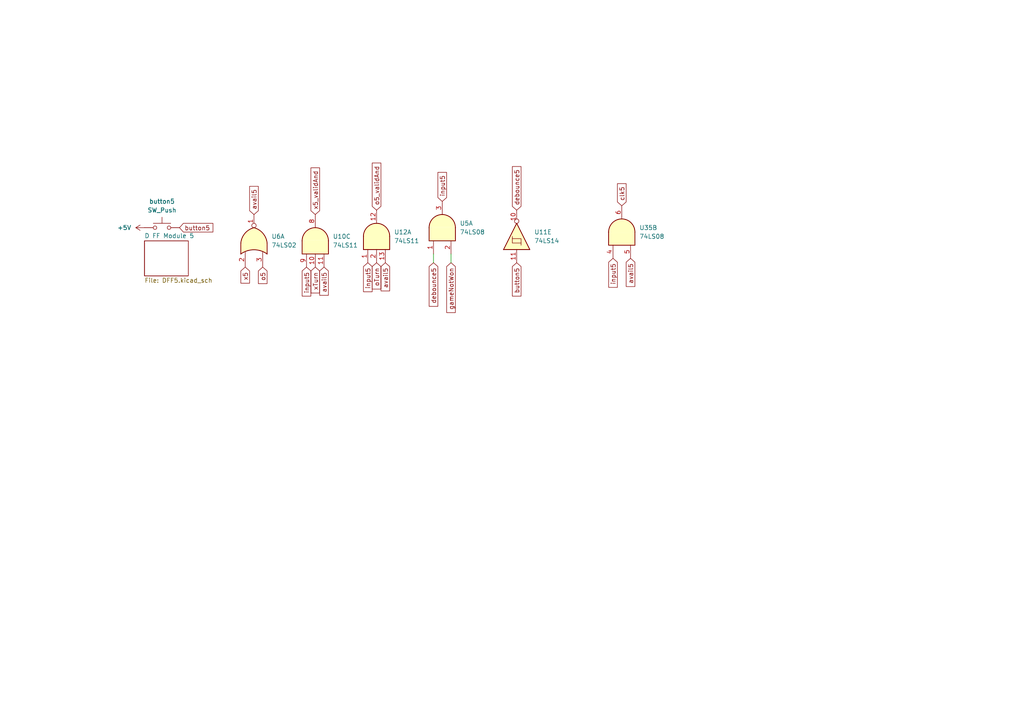
<source format=kicad_sch>
(kicad_sch
	(version 20250114)
	(generator "eeschema")
	(generator_version "9.0")
	(uuid "ecc926be-ca33-4adb-bca6-9f5bee590cbc")
	(paper "A4")
	(lib_symbols
		(symbol "74xx:74LS02"
			(pin_names
				(offset 1.016)
			)
			(exclude_from_sim no)
			(in_bom yes)
			(on_board yes)
			(property "Reference" "U"
				(at 0 1.27 0)
				(effects
					(font
						(size 1.27 1.27)
					)
				)
			)
			(property "Value" "74LS02"
				(at 0 -1.27 0)
				(effects
					(font
						(size 1.27 1.27)
					)
				)
			)
			(property "Footprint" ""
				(at 0 0 0)
				(effects
					(font
						(size 1.27 1.27)
					)
					(hide yes)
				)
			)
			(property "Datasheet" "http://www.ti.com/lit/gpn/sn74ls02"
				(at 0 0 0)
				(effects
					(font
						(size 1.27 1.27)
					)
					(hide yes)
				)
			)
			(property "Description" "quad 2-input NOR gate"
				(at 0 0 0)
				(effects
					(font
						(size 1.27 1.27)
					)
					(hide yes)
				)
			)
			(property "ki_locked" ""
				(at 0 0 0)
				(effects
					(font
						(size 1.27 1.27)
					)
				)
			)
			(property "ki_keywords" "TTL Nor2"
				(at 0 0 0)
				(effects
					(font
						(size 1.27 1.27)
					)
					(hide yes)
				)
			)
			(property "ki_fp_filters" "SO14* DIP*W7.62mm*"
				(at 0 0 0)
				(effects
					(font
						(size 1.27 1.27)
					)
					(hide yes)
				)
			)
			(symbol "74LS02_1_1"
				(arc
					(start -3.81 3.81)
					(mid -2.589 0)
					(end -3.81 -3.81)
					(stroke
						(width 0.254)
						(type default)
					)
					(fill
						(type none)
					)
				)
				(polyline
					(pts
						(xy -3.81 3.81) (xy -0.635 3.81)
					)
					(stroke
						(width 0.254)
						(type default)
					)
					(fill
						(type background)
					)
				)
				(polyline
					(pts
						(xy -3.81 -3.81) (xy -0.635 -3.81)
					)
					(stroke
						(width 0.254)
						(type default)
					)
					(fill
						(type background)
					)
				)
				(arc
					(start 3.81 0)
					(mid 2.1855 -2.584)
					(end -0.6096 -3.81)
					(stroke
						(width 0.254)
						(type default)
					)
					(fill
						(type background)
					)
				)
				(arc
					(start -0.6096 3.81)
					(mid 2.1928 2.5924)
					(end 3.81 0)
					(stroke
						(width 0.254)
						(type default)
					)
					(fill
						(type background)
					)
				)
				(polyline
					(pts
						(xy -0.635 3.81) (xy -3.81 3.81) (xy -3.81 3.81) (xy -3.556 3.4036) (xy -3.0226 2.2606) (xy -2.6924 1.0414)
						(xy -2.6162 -0.254) (xy -2.7686 -1.4986) (xy -3.175 -2.7178) (xy -3.81 -3.81) (xy -3.81 -3.81)
						(xy -0.635 -3.81)
					)
					(stroke
						(width -25.4)
						(type default)
					)
					(fill
						(type background)
					)
				)
				(pin input line
					(at -7.62 2.54 0)
					(length 4.318)
					(name "~"
						(effects
							(font
								(size 1.27 1.27)
							)
						)
					)
					(number "2"
						(effects
							(font
								(size 1.27 1.27)
							)
						)
					)
				)
				(pin input line
					(at -7.62 -2.54 0)
					(length 4.318)
					(name "~"
						(effects
							(font
								(size 1.27 1.27)
							)
						)
					)
					(number "3"
						(effects
							(font
								(size 1.27 1.27)
							)
						)
					)
				)
				(pin output inverted
					(at 7.62 0 180)
					(length 3.81)
					(name "~"
						(effects
							(font
								(size 1.27 1.27)
							)
						)
					)
					(number "1"
						(effects
							(font
								(size 1.27 1.27)
							)
						)
					)
				)
			)
			(symbol "74LS02_1_2"
				(arc
					(start 0 3.81)
					(mid 3.7934 0)
					(end 0 -3.81)
					(stroke
						(width 0.254)
						(type default)
					)
					(fill
						(type background)
					)
				)
				(polyline
					(pts
						(xy 0 3.81) (xy -3.81 3.81) (xy -3.81 -3.81) (xy 0 -3.81)
					)
					(stroke
						(width 0.254)
						(type default)
					)
					(fill
						(type background)
					)
				)
				(pin input inverted
					(at -7.62 2.54 0)
					(length 3.81)
					(name "~"
						(effects
							(font
								(size 1.27 1.27)
							)
						)
					)
					(number "2"
						(effects
							(font
								(size 1.27 1.27)
							)
						)
					)
				)
				(pin input inverted
					(at -7.62 -2.54 0)
					(length 3.81)
					(name "~"
						(effects
							(font
								(size 1.27 1.27)
							)
						)
					)
					(number "3"
						(effects
							(font
								(size 1.27 1.27)
							)
						)
					)
				)
				(pin output line
					(at 7.62 0 180)
					(length 3.81)
					(name "~"
						(effects
							(font
								(size 1.27 1.27)
							)
						)
					)
					(number "1"
						(effects
							(font
								(size 1.27 1.27)
							)
						)
					)
				)
			)
			(symbol "74LS02_2_1"
				(arc
					(start -3.81 3.81)
					(mid -2.589 0)
					(end -3.81 -3.81)
					(stroke
						(width 0.254)
						(type default)
					)
					(fill
						(type none)
					)
				)
				(polyline
					(pts
						(xy -3.81 3.81) (xy -0.635 3.81)
					)
					(stroke
						(width 0.254)
						(type default)
					)
					(fill
						(type background)
					)
				)
				(polyline
					(pts
						(xy -3.81 -3.81) (xy -0.635 -3.81)
					)
					(stroke
						(width 0.254)
						(type default)
					)
					(fill
						(type background)
					)
				)
				(arc
					(start 3.81 0)
					(mid 2.1855 -2.584)
					(end -0.6096 -3.81)
					(stroke
						(width 0.254)
						(type default)
					)
					(fill
						(type background)
					)
				)
				(arc
					(start -0.6096 3.81)
					(mid 2.1928 2.5924)
					(end 3.81 0)
					(stroke
						(width 0.254)
						(type default)
					)
					(fill
						(type background)
					)
				)
				(polyline
					(pts
						(xy -0.635 3.81) (xy -3.81 3.81) (xy -3.81 3.81) (xy -3.556 3.4036) (xy -3.0226 2.2606) (xy -2.6924 1.0414)
						(xy -2.6162 -0.254) (xy -2.7686 -1.4986) (xy -3.175 -2.7178) (xy -3.81 -3.81) (xy -3.81 -3.81)
						(xy -0.635 -3.81)
					)
					(stroke
						(width -25.4)
						(type default)
					)
					(fill
						(type background)
					)
				)
				(pin input line
					(at -7.62 2.54 0)
					(length 4.318)
					(name "~"
						(effects
							(font
								(size 1.27 1.27)
							)
						)
					)
					(number "5"
						(effects
							(font
								(size 1.27 1.27)
							)
						)
					)
				)
				(pin input line
					(at -7.62 -2.54 0)
					(length 4.318)
					(name "~"
						(effects
							(font
								(size 1.27 1.27)
							)
						)
					)
					(number "6"
						(effects
							(font
								(size 1.27 1.27)
							)
						)
					)
				)
				(pin output inverted
					(at 7.62 0 180)
					(length 3.81)
					(name "~"
						(effects
							(font
								(size 1.27 1.27)
							)
						)
					)
					(number "4"
						(effects
							(font
								(size 1.27 1.27)
							)
						)
					)
				)
			)
			(symbol "74LS02_2_2"
				(arc
					(start 0 3.81)
					(mid 3.7934 0)
					(end 0 -3.81)
					(stroke
						(width 0.254)
						(type default)
					)
					(fill
						(type background)
					)
				)
				(polyline
					(pts
						(xy 0 3.81) (xy -3.81 3.81) (xy -3.81 -3.81) (xy 0 -3.81)
					)
					(stroke
						(width 0.254)
						(type default)
					)
					(fill
						(type background)
					)
				)
				(pin input inverted
					(at -7.62 2.54 0)
					(length 3.81)
					(name "~"
						(effects
							(font
								(size 1.27 1.27)
							)
						)
					)
					(number "5"
						(effects
							(font
								(size 1.27 1.27)
							)
						)
					)
				)
				(pin input inverted
					(at -7.62 -2.54 0)
					(length 3.81)
					(name "~"
						(effects
							(font
								(size 1.27 1.27)
							)
						)
					)
					(number "6"
						(effects
							(font
								(size 1.27 1.27)
							)
						)
					)
				)
				(pin output line
					(at 7.62 0 180)
					(length 3.81)
					(name "~"
						(effects
							(font
								(size 1.27 1.27)
							)
						)
					)
					(number "4"
						(effects
							(font
								(size 1.27 1.27)
							)
						)
					)
				)
			)
			(symbol "74LS02_3_1"
				(arc
					(start -3.81 3.81)
					(mid -2.589 0)
					(end -3.81 -3.81)
					(stroke
						(width 0.254)
						(type default)
					)
					(fill
						(type none)
					)
				)
				(polyline
					(pts
						(xy -3.81 3.81) (xy -0.635 3.81)
					)
					(stroke
						(width 0.254)
						(type default)
					)
					(fill
						(type background)
					)
				)
				(polyline
					(pts
						(xy -3.81 -3.81) (xy -0.635 -3.81)
					)
					(stroke
						(width 0.254)
						(type default)
					)
					(fill
						(type background)
					)
				)
				(arc
					(start 3.81 0)
					(mid 2.1855 -2.584)
					(end -0.6096 -3.81)
					(stroke
						(width 0.254)
						(type default)
					)
					(fill
						(type background)
					)
				)
				(arc
					(start -0.6096 3.81)
					(mid 2.1928 2.5924)
					(end 3.81 0)
					(stroke
						(width 0.254)
						(type default)
					)
					(fill
						(type background)
					)
				)
				(polyline
					(pts
						(xy -0.635 3.81) (xy -3.81 3.81) (xy -3.81 3.81) (xy -3.556 3.4036) (xy -3.0226 2.2606) (xy -2.6924 1.0414)
						(xy -2.6162 -0.254) (xy -2.7686 -1.4986) (xy -3.175 -2.7178) (xy -3.81 -3.81) (xy -3.81 -3.81)
						(xy -0.635 -3.81)
					)
					(stroke
						(width -25.4)
						(type default)
					)
					(fill
						(type background)
					)
				)
				(pin input line
					(at -7.62 2.54 0)
					(length 4.318)
					(name "~"
						(effects
							(font
								(size 1.27 1.27)
							)
						)
					)
					(number "8"
						(effects
							(font
								(size 1.27 1.27)
							)
						)
					)
				)
				(pin input line
					(at -7.62 -2.54 0)
					(length 4.318)
					(name "~"
						(effects
							(font
								(size 1.27 1.27)
							)
						)
					)
					(number "9"
						(effects
							(font
								(size 1.27 1.27)
							)
						)
					)
				)
				(pin output inverted
					(at 7.62 0 180)
					(length 3.81)
					(name "~"
						(effects
							(font
								(size 1.27 1.27)
							)
						)
					)
					(number "10"
						(effects
							(font
								(size 1.27 1.27)
							)
						)
					)
				)
			)
			(symbol "74LS02_3_2"
				(arc
					(start 0 3.81)
					(mid 3.7934 0)
					(end 0 -3.81)
					(stroke
						(width 0.254)
						(type default)
					)
					(fill
						(type background)
					)
				)
				(polyline
					(pts
						(xy 0 3.81) (xy -3.81 3.81) (xy -3.81 -3.81) (xy 0 -3.81)
					)
					(stroke
						(width 0.254)
						(type default)
					)
					(fill
						(type background)
					)
				)
				(pin input inverted
					(at -7.62 2.54 0)
					(length 3.81)
					(name "~"
						(effects
							(font
								(size 1.27 1.27)
							)
						)
					)
					(number "8"
						(effects
							(font
								(size 1.27 1.27)
							)
						)
					)
				)
				(pin input inverted
					(at -7.62 -2.54 0)
					(length 3.81)
					(name "~"
						(effects
							(font
								(size 1.27 1.27)
							)
						)
					)
					(number "9"
						(effects
							(font
								(size 1.27 1.27)
							)
						)
					)
				)
				(pin output line
					(at 7.62 0 180)
					(length 3.81)
					(name "~"
						(effects
							(font
								(size 1.27 1.27)
							)
						)
					)
					(number "10"
						(effects
							(font
								(size 1.27 1.27)
							)
						)
					)
				)
			)
			(symbol "74LS02_4_1"
				(arc
					(start -3.81 3.81)
					(mid -2.589 0)
					(end -3.81 -3.81)
					(stroke
						(width 0.254)
						(type default)
					)
					(fill
						(type none)
					)
				)
				(polyline
					(pts
						(xy -3.81 3.81) (xy -0.635 3.81)
					)
					(stroke
						(width 0.254)
						(type default)
					)
					(fill
						(type background)
					)
				)
				(polyline
					(pts
						(xy -3.81 -3.81) (xy -0.635 -3.81)
					)
					(stroke
						(width 0.254)
						(type default)
					)
					(fill
						(type background)
					)
				)
				(arc
					(start 3.81 0)
					(mid 2.1855 -2.584)
					(end -0.6096 -3.81)
					(stroke
						(width 0.254)
						(type default)
					)
					(fill
						(type background)
					)
				)
				(arc
					(start -0.6096 3.81)
					(mid 2.1928 2.5924)
					(end 3.81 0)
					(stroke
						(width 0.254)
						(type default)
					)
					(fill
						(type background)
					)
				)
				(polyline
					(pts
						(xy -0.635 3.81) (xy -3.81 3.81) (xy -3.81 3.81) (xy -3.556 3.4036) (xy -3.0226 2.2606) (xy -2.6924 1.0414)
						(xy -2.6162 -0.254) (xy -2.7686 -1.4986) (xy -3.175 -2.7178) (xy -3.81 -3.81) (xy -3.81 -3.81)
						(xy -0.635 -3.81)
					)
					(stroke
						(width -25.4)
						(type default)
					)
					(fill
						(type background)
					)
				)
				(pin input line
					(at -7.62 2.54 0)
					(length 4.318)
					(name "~"
						(effects
							(font
								(size 1.27 1.27)
							)
						)
					)
					(number "11"
						(effects
							(font
								(size 1.27 1.27)
							)
						)
					)
				)
				(pin input line
					(at -7.62 -2.54 0)
					(length 4.318)
					(name "~"
						(effects
							(font
								(size 1.27 1.27)
							)
						)
					)
					(number "12"
						(effects
							(font
								(size 1.27 1.27)
							)
						)
					)
				)
				(pin output inverted
					(at 7.62 0 180)
					(length 3.81)
					(name "~"
						(effects
							(font
								(size 1.27 1.27)
							)
						)
					)
					(number "13"
						(effects
							(font
								(size 1.27 1.27)
							)
						)
					)
				)
			)
			(symbol "74LS02_4_2"
				(arc
					(start 0 3.81)
					(mid 3.7934 0)
					(end 0 -3.81)
					(stroke
						(width 0.254)
						(type default)
					)
					(fill
						(type background)
					)
				)
				(polyline
					(pts
						(xy 0 3.81) (xy -3.81 3.81) (xy -3.81 -3.81) (xy 0 -3.81)
					)
					(stroke
						(width 0.254)
						(type default)
					)
					(fill
						(type background)
					)
				)
				(pin input inverted
					(at -7.62 2.54 0)
					(length 3.81)
					(name "~"
						(effects
							(font
								(size 1.27 1.27)
							)
						)
					)
					(number "11"
						(effects
							(font
								(size 1.27 1.27)
							)
						)
					)
				)
				(pin input inverted
					(at -7.62 -2.54 0)
					(length 3.81)
					(name "~"
						(effects
							(font
								(size 1.27 1.27)
							)
						)
					)
					(number "12"
						(effects
							(font
								(size 1.27 1.27)
							)
						)
					)
				)
				(pin output line
					(at 7.62 0 180)
					(length 3.81)
					(name "~"
						(effects
							(font
								(size 1.27 1.27)
							)
						)
					)
					(number "13"
						(effects
							(font
								(size 1.27 1.27)
							)
						)
					)
				)
			)
			(symbol "74LS02_5_0"
				(pin power_in line
					(at 0 12.7 270)
					(length 5.08)
					(name "VCC"
						(effects
							(font
								(size 1.27 1.27)
							)
						)
					)
					(number "14"
						(effects
							(font
								(size 1.27 1.27)
							)
						)
					)
				)
				(pin power_in line
					(at 0 -12.7 90)
					(length 5.08)
					(name "GND"
						(effects
							(font
								(size 1.27 1.27)
							)
						)
					)
					(number "7"
						(effects
							(font
								(size 1.27 1.27)
							)
						)
					)
				)
			)
			(symbol "74LS02_5_1"
				(rectangle
					(start -5.08 7.62)
					(end 5.08 -7.62)
					(stroke
						(width 0.254)
						(type default)
					)
					(fill
						(type background)
					)
				)
			)
			(embedded_fonts no)
		)
		(symbol "74xx:74LS08"
			(pin_names
				(offset 1.016)
			)
			(exclude_from_sim no)
			(in_bom yes)
			(on_board yes)
			(property "Reference" "U"
				(at 0 1.27 0)
				(effects
					(font
						(size 1.27 1.27)
					)
				)
			)
			(property "Value" "74LS08"
				(at 0 -1.27 0)
				(effects
					(font
						(size 1.27 1.27)
					)
				)
			)
			(property "Footprint" ""
				(at 0 0 0)
				(effects
					(font
						(size 1.27 1.27)
					)
					(hide yes)
				)
			)
			(property "Datasheet" "http://www.ti.com/lit/gpn/sn74LS08"
				(at 0 0 0)
				(effects
					(font
						(size 1.27 1.27)
					)
					(hide yes)
				)
			)
			(property "Description" "Quad And2"
				(at 0 0 0)
				(effects
					(font
						(size 1.27 1.27)
					)
					(hide yes)
				)
			)
			(property "ki_locked" ""
				(at 0 0 0)
				(effects
					(font
						(size 1.27 1.27)
					)
				)
			)
			(property "ki_keywords" "TTL and2"
				(at 0 0 0)
				(effects
					(font
						(size 1.27 1.27)
					)
					(hide yes)
				)
			)
			(property "ki_fp_filters" "DIP*W7.62mm*"
				(at 0 0 0)
				(effects
					(font
						(size 1.27 1.27)
					)
					(hide yes)
				)
			)
			(symbol "74LS08_1_1"
				(arc
					(start 0 3.81)
					(mid 3.7934 0)
					(end 0 -3.81)
					(stroke
						(width 0.254)
						(type default)
					)
					(fill
						(type background)
					)
				)
				(polyline
					(pts
						(xy 0 3.81) (xy -3.81 3.81) (xy -3.81 -3.81) (xy 0 -3.81)
					)
					(stroke
						(width 0.254)
						(type default)
					)
					(fill
						(type background)
					)
				)
				(pin input line
					(at -7.62 2.54 0)
					(length 3.81)
					(name "~"
						(effects
							(font
								(size 1.27 1.27)
							)
						)
					)
					(number "1"
						(effects
							(font
								(size 1.27 1.27)
							)
						)
					)
				)
				(pin input line
					(at -7.62 -2.54 0)
					(length 3.81)
					(name "~"
						(effects
							(font
								(size 1.27 1.27)
							)
						)
					)
					(number "2"
						(effects
							(font
								(size 1.27 1.27)
							)
						)
					)
				)
				(pin output line
					(at 7.62 0 180)
					(length 3.81)
					(name "~"
						(effects
							(font
								(size 1.27 1.27)
							)
						)
					)
					(number "3"
						(effects
							(font
								(size 1.27 1.27)
							)
						)
					)
				)
			)
			(symbol "74LS08_1_2"
				(arc
					(start -3.81 3.81)
					(mid -2.589 0)
					(end -3.81 -3.81)
					(stroke
						(width 0.254)
						(type default)
					)
					(fill
						(type none)
					)
				)
				(polyline
					(pts
						(xy -3.81 3.81) (xy -0.635 3.81)
					)
					(stroke
						(width 0.254)
						(type default)
					)
					(fill
						(type background)
					)
				)
				(polyline
					(pts
						(xy -3.81 -3.81) (xy -0.635 -3.81)
					)
					(stroke
						(width 0.254)
						(type default)
					)
					(fill
						(type background)
					)
				)
				(arc
					(start 3.81 0)
					(mid 2.1855 -2.584)
					(end -0.6096 -3.81)
					(stroke
						(width 0.254)
						(type default)
					)
					(fill
						(type background)
					)
				)
				(arc
					(start -0.6096 3.81)
					(mid 2.1928 2.5924)
					(end 3.81 0)
					(stroke
						(width 0.254)
						(type default)
					)
					(fill
						(type background)
					)
				)
				(polyline
					(pts
						(xy -0.635 3.81) (xy -3.81 3.81) (xy -3.81 3.81) (xy -3.556 3.4036) (xy -3.0226 2.2606) (xy -2.6924 1.0414)
						(xy -2.6162 -0.254) (xy -2.7686 -1.4986) (xy -3.175 -2.7178) (xy -3.81 -3.81) (xy -3.81 -3.81)
						(xy -0.635 -3.81)
					)
					(stroke
						(width -25.4)
						(type default)
					)
					(fill
						(type background)
					)
				)
				(pin input inverted
					(at -7.62 2.54 0)
					(length 4.318)
					(name "~"
						(effects
							(font
								(size 1.27 1.27)
							)
						)
					)
					(number "1"
						(effects
							(font
								(size 1.27 1.27)
							)
						)
					)
				)
				(pin input inverted
					(at -7.62 -2.54 0)
					(length 4.318)
					(name "~"
						(effects
							(font
								(size 1.27 1.27)
							)
						)
					)
					(number "2"
						(effects
							(font
								(size 1.27 1.27)
							)
						)
					)
				)
				(pin output inverted
					(at 7.62 0 180)
					(length 3.81)
					(name "~"
						(effects
							(font
								(size 1.27 1.27)
							)
						)
					)
					(number "3"
						(effects
							(font
								(size 1.27 1.27)
							)
						)
					)
				)
			)
			(symbol "74LS08_2_1"
				(arc
					(start 0 3.81)
					(mid 3.7934 0)
					(end 0 -3.81)
					(stroke
						(width 0.254)
						(type default)
					)
					(fill
						(type background)
					)
				)
				(polyline
					(pts
						(xy 0 3.81) (xy -3.81 3.81) (xy -3.81 -3.81) (xy 0 -3.81)
					)
					(stroke
						(width 0.254)
						(type default)
					)
					(fill
						(type background)
					)
				)
				(pin input line
					(at -7.62 2.54 0)
					(length 3.81)
					(name "~"
						(effects
							(font
								(size 1.27 1.27)
							)
						)
					)
					(number "4"
						(effects
							(font
								(size 1.27 1.27)
							)
						)
					)
				)
				(pin input line
					(at -7.62 -2.54 0)
					(length 3.81)
					(name "~"
						(effects
							(font
								(size 1.27 1.27)
							)
						)
					)
					(number "5"
						(effects
							(font
								(size 1.27 1.27)
							)
						)
					)
				)
				(pin output line
					(at 7.62 0 180)
					(length 3.81)
					(name "~"
						(effects
							(font
								(size 1.27 1.27)
							)
						)
					)
					(number "6"
						(effects
							(font
								(size 1.27 1.27)
							)
						)
					)
				)
			)
			(symbol "74LS08_2_2"
				(arc
					(start -3.81 3.81)
					(mid -2.589 0)
					(end -3.81 -3.81)
					(stroke
						(width 0.254)
						(type default)
					)
					(fill
						(type none)
					)
				)
				(polyline
					(pts
						(xy -3.81 3.81) (xy -0.635 3.81)
					)
					(stroke
						(width 0.254)
						(type default)
					)
					(fill
						(type background)
					)
				)
				(polyline
					(pts
						(xy -3.81 -3.81) (xy -0.635 -3.81)
					)
					(stroke
						(width 0.254)
						(type default)
					)
					(fill
						(type background)
					)
				)
				(arc
					(start 3.81 0)
					(mid 2.1855 -2.584)
					(end -0.6096 -3.81)
					(stroke
						(width 0.254)
						(type default)
					)
					(fill
						(type background)
					)
				)
				(arc
					(start -0.6096 3.81)
					(mid 2.1928 2.5924)
					(end 3.81 0)
					(stroke
						(width 0.254)
						(type default)
					)
					(fill
						(type background)
					)
				)
				(polyline
					(pts
						(xy -0.635 3.81) (xy -3.81 3.81) (xy -3.81 3.81) (xy -3.556 3.4036) (xy -3.0226 2.2606) (xy -2.6924 1.0414)
						(xy -2.6162 -0.254) (xy -2.7686 -1.4986) (xy -3.175 -2.7178) (xy -3.81 -3.81) (xy -3.81 -3.81)
						(xy -0.635 -3.81)
					)
					(stroke
						(width -25.4)
						(type default)
					)
					(fill
						(type background)
					)
				)
				(pin input inverted
					(at -7.62 2.54 0)
					(length 4.318)
					(name "~"
						(effects
							(font
								(size 1.27 1.27)
							)
						)
					)
					(number "4"
						(effects
							(font
								(size 1.27 1.27)
							)
						)
					)
				)
				(pin input inverted
					(at -7.62 -2.54 0)
					(length 4.318)
					(name "~"
						(effects
							(font
								(size 1.27 1.27)
							)
						)
					)
					(number "5"
						(effects
							(font
								(size 1.27 1.27)
							)
						)
					)
				)
				(pin output inverted
					(at 7.62 0 180)
					(length 3.81)
					(name "~"
						(effects
							(font
								(size 1.27 1.27)
							)
						)
					)
					(number "6"
						(effects
							(font
								(size 1.27 1.27)
							)
						)
					)
				)
			)
			(symbol "74LS08_3_1"
				(arc
					(start 0 3.81)
					(mid 3.7934 0)
					(end 0 -3.81)
					(stroke
						(width 0.254)
						(type default)
					)
					(fill
						(type background)
					)
				)
				(polyline
					(pts
						(xy 0 3.81) (xy -3.81 3.81) (xy -3.81 -3.81) (xy 0 -3.81)
					)
					(stroke
						(width 0.254)
						(type default)
					)
					(fill
						(type background)
					)
				)
				(pin input line
					(at -7.62 2.54 0)
					(length 3.81)
					(name "~"
						(effects
							(font
								(size 1.27 1.27)
							)
						)
					)
					(number "9"
						(effects
							(font
								(size 1.27 1.27)
							)
						)
					)
				)
				(pin input line
					(at -7.62 -2.54 0)
					(length 3.81)
					(name "~"
						(effects
							(font
								(size 1.27 1.27)
							)
						)
					)
					(number "10"
						(effects
							(font
								(size 1.27 1.27)
							)
						)
					)
				)
				(pin output line
					(at 7.62 0 180)
					(length 3.81)
					(name "~"
						(effects
							(font
								(size 1.27 1.27)
							)
						)
					)
					(number "8"
						(effects
							(font
								(size 1.27 1.27)
							)
						)
					)
				)
			)
			(symbol "74LS08_3_2"
				(arc
					(start -3.81 3.81)
					(mid -2.589 0)
					(end -3.81 -3.81)
					(stroke
						(width 0.254)
						(type default)
					)
					(fill
						(type none)
					)
				)
				(polyline
					(pts
						(xy -3.81 3.81) (xy -0.635 3.81)
					)
					(stroke
						(width 0.254)
						(type default)
					)
					(fill
						(type background)
					)
				)
				(polyline
					(pts
						(xy -3.81 -3.81) (xy -0.635 -3.81)
					)
					(stroke
						(width 0.254)
						(type default)
					)
					(fill
						(type background)
					)
				)
				(arc
					(start 3.81 0)
					(mid 2.1855 -2.584)
					(end -0.6096 -3.81)
					(stroke
						(width 0.254)
						(type default)
					)
					(fill
						(type background)
					)
				)
				(arc
					(start -0.6096 3.81)
					(mid 2.1928 2.5924)
					(end 3.81 0)
					(stroke
						(width 0.254)
						(type default)
					)
					(fill
						(type background)
					)
				)
				(polyline
					(pts
						(xy -0.635 3.81) (xy -3.81 3.81) (xy -3.81 3.81) (xy -3.556 3.4036) (xy -3.0226 2.2606) (xy -2.6924 1.0414)
						(xy -2.6162 -0.254) (xy -2.7686 -1.4986) (xy -3.175 -2.7178) (xy -3.81 -3.81) (xy -3.81 -3.81)
						(xy -0.635 -3.81)
					)
					(stroke
						(width -25.4)
						(type default)
					)
					(fill
						(type background)
					)
				)
				(pin input inverted
					(at -7.62 2.54 0)
					(length 4.318)
					(name "~"
						(effects
							(font
								(size 1.27 1.27)
							)
						)
					)
					(number "9"
						(effects
							(font
								(size 1.27 1.27)
							)
						)
					)
				)
				(pin input inverted
					(at -7.62 -2.54 0)
					(length 4.318)
					(name "~"
						(effects
							(font
								(size 1.27 1.27)
							)
						)
					)
					(number "10"
						(effects
							(font
								(size 1.27 1.27)
							)
						)
					)
				)
				(pin output inverted
					(at 7.62 0 180)
					(length 3.81)
					(name "~"
						(effects
							(font
								(size 1.27 1.27)
							)
						)
					)
					(number "8"
						(effects
							(font
								(size 1.27 1.27)
							)
						)
					)
				)
			)
			(symbol "74LS08_4_1"
				(arc
					(start 0 3.81)
					(mid 3.7934 0)
					(end 0 -3.81)
					(stroke
						(width 0.254)
						(type default)
					)
					(fill
						(type background)
					)
				)
				(polyline
					(pts
						(xy 0 3.81) (xy -3.81 3.81) (xy -3.81 -3.81) (xy 0 -3.81)
					)
					(stroke
						(width 0.254)
						(type default)
					)
					(fill
						(type background)
					)
				)
				(pin input line
					(at -7.62 2.54 0)
					(length 3.81)
					(name "~"
						(effects
							(font
								(size 1.27 1.27)
							)
						)
					)
					(number "12"
						(effects
							(font
								(size 1.27 1.27)
							)
						)
					)
				)
				(pin input line
					(at -7.62 -2.54 0)
					(length 3.81)
					(name "~"
						(effects
							(font
								(size 1.27 1.27)
							)
						)
					)
					(number "13"
						(effects
							(font
								(size 1.27 1.27)
							)
						)
					)
				)
				(pin output line
					(at 7.62 0 180)
					(length 3.81)
					(name "~"
						(effects
							(font
								(size 1.27 1.27)
							)
						)
					)
					(number "11"
						(effects
							(font
								(size 1.27 1.27)
							)
						)
					)
				)
			)
			(symbol "74LS08_4_2"
				(arc
					(start -3.81 3.81)
					(mid -2.589 0)
					(end -3.81 -3.81)
					(stroke
						(width 0.254)
						(type default)
					)
					(fill
						(type none)
					)
				)
				(polyline
					(pts
						(xy -3.81 3.81) (xy -0.635 3.81)
					)
					(stroke
						(width 0.254)
						(type default)
					)
					(fill
						(type background)
					)
				)
				(polyline
					(pts
						(xy -3.81 -3.81) (xy -0.635 -3.81)
					)
					(stroke
						(width 0.254)
						(type default)
					)
					(fill
						(type background)
					)
				)
				(arc
					(start 3.81 0)
					(mid 2.1855 -2.584)
					(end -0.6096 -3.81)
					(stroke
						(width 0.254)
						(type default)
					)
					(fill
						(type background)
					)
				)
				(arc
					(start -0.6096 3.81)
					(mid 2.1928 2.5924)
					(end 3.81 0)
					(stroke
						(width 0.254)
						(type default)
					)
					(fill
						(type background)
					)
				)
				(polyline
					(pts
						(xy -0.635 3.81) (xy -3.81 3.81) (xy -3.81 3.81) (xy -3.556 3.4036) (xy -3.0226 2.2606) (xy -2.6924 1.0414)
						(xy -2.6162 -0.254) (xy -2.7686 -1.4986) (xy -3.175 -2.7178) (xy -3.81 -3.81) (xy -3.81 -3.81)
						(xy -0.635 -3.81)
					)
					(stroke
						(width -25.4)
						(type default)
					)
					(fill
						(type background)
					)
				)
				(pin input inverted
					(at -7.62 2.54 0)
					(length 4.318)
					(name "~"
						(effects
							(font
								(size 1.27 1.27)
							)
						)
					)
					(number "12"
						(effects
							(font
								(size 1.27 1.27)
							)
						)
					)
				)
				(pin input inverted
					(at -7.62 -2.54 0)
					(length 4.318)
					(name "~"
						(effects
							(font
								(size 1.27 1.27)
							)
						)
					)
					(number "13"
						(effects
							(font
								(size 1.27 1.27)
							)
						)
					)
				)
				(pin output inverted
					(at 7.62 0 180)
					(length 3.81)
					(name "~"
						(effects
							(font
								(size 1.27 1.27)
							)
						)
					)
					(number "11"
						(effects
							(font
								(size 1.27 1.27)
							)
						)
					)
				)
			)
			(symbol "74LS08_5_0"
				(pin power_in line
					(at 0 12.7 270)
					(length 5.08)
					(name "VCC"
						(effects
							(font
								(size 1.27 1.27)
							)
						)
					)
					(number "14"
						(effects
							(font
								(size 1.27 1.27)
							)
						)
					)
				)
				(pin power_in line
					(at 0 -12.7 90)
					(length 5.08)
					(name "GND"
						(effects
							(font
								(size 1.27 1.27)
							)
						)
					)
					(number "7"
						(effects
							(font
								(size 1.27 1.27)
							)
						)
					)
				)
			)
			(symbol "74LS08_5_1"
				(rectangle
					(start -5.08 7.62)
					(end 5.08 -7.62)
					(stroke
						(width 0.254)
						(type default)
					)
					(fill
						(type background)
					)
				)
			)
			(embedded_fonts no)
		)
		(symbol "74xx:74LS11"
			(pin_names
				(offset 1.016)
			)
			(exclude_from_sim no)
			(in_bom yes)
			(on_board yes)
			(property "Reference" "U"
				(at 0 1.27 0)
				(effects
					(font
						(size 1.27 1.27)
					)
				)
			)
			(property "Value" "74LS11"
				(at 0 -1.27 0)
				(effects
					(font
						(size 1.27 1.27)
					)
				)
			)
			(property "Footprint" ""
				(at 0 0 0)
				(effects
					(font
						(size 1.27 1.27)
					)
					(hide yes)
				)
			)
			(property "Datasheet" "http://www.ti.com/lit/gpn/sn74LS11"
				(at 0 0 0)
				(effects
					(font
						(size 1.27 1.27)
					)
					(hide yes)
				)
			)
			(property "Description" "Triple 3-input AND"
				(at 0 0 0)
				(effects
					(font
						(size 1.27 1.27)
					)
					(hide yes)
				)
			)
			(property "ki_locked" ""
				(at 0 0 0)
				(effects
					(font
						(size 1.27 1.27)
					)
				)
			)
			(property "ki_keywords" "TTL And3"
				(at 0 0 0)
				(effects
					(font
						(size 1.27 1.27)
					)
					(hide yes)
				)
			)
			(property "ki_fp_filters" "DIP*W7.62mm*"
				(at 0 0 0)
				(effects
					(font
						(size 1.27 1.27)
					)
					(hide yes)
				)
			)
			(symbol "74LS11_1_1"
				(arc
					(start 0 3.81)
					(mid 3.7934 0)
					(end 0 -3.81)
					(stroke
						(width 0.254)
						(type default)
					)
					(fill
						(type background)
					)
				)
				(polyline
					(pts
						(xy 0 3.81) (xy -3.81 3.81) (xy -3.81 -3.81) (xy 0 -3.81)
					)
					(stroke
						(width 0.254)
						(type default)
					)
					(fill
						(type background)
					)
				)
				(pin input line
					(at -7.62 2.54 0)
					(length 3.81)
					(name "~"
						(effects
							(font
								(size 1.27 1.27)
							)
						)
					)
					(number "1"
						(effects
							(font
								(size 1.27 1.27)
							)
						)
					)
				)
				(pin input line
					(at -7.62 0 0)
					(length 3.81)
					(name "~"
						(effects
							(font
								(size 1.27 1.27)
							)
						)
					)
					(number "2"
						(effects
							(font
								(size 1.27 1.27)
							)
						)
					)
				)
				(pin input line
					(at -7.62 -2.54 0)
					(length 3.81)
					(name "~"
						(effects
							(font
								(size 1.27 1.27)
							)
						)
					)
					(number "13"
						(effects
							(font
								(size 1.27 1.27)
							)
						)
					)
				)
				(pin output line
					(at 7.62 0 180)
					(length 3.81)
					(name "~"
						(effects
							(font
								(size 1.27 1.27)
							)
						)
					)
					(number "12"
						(effects
							(font
								(size 1.27 1.27)
							)
						)
					)
				)
			)
			(symbol "74LS11_1_2"
				(arc
					(start -3.81 3.81)
					(mid -2.589 0)
					(end -3.81 -3.81)
					(stroke
						(width 0.254)
						(type default)
					)
					(fill
						(type none)
					)
				)
				(polyline
					(pts
						(xy -3.81 3.81) (xy -0.635 3.81)
					)
					(stroke
						(width 0.254)
						(type default)
					)
					(fill
						(type background)
					)
				)
				(polyline
					(pts
						(xy -3.81 -3.81) (xy -0.635 -3.81)
					)
					(stroke
						(width 0.254)
						(type default)
					)
					(fill
						(type background)
					)
				)
				(arc
					(start 3.81 0)
					(mid 2.1855 -2.584)
					(end -0.6096 -3.81)
					(stroke
						(width 0.254)
						(type default)
					)
					(fill
						(type background)
					)
				)
				(arc
					(start -0.6096 3.81)
					(mid 2.1928 2.5924)
					(end 3.81 0)
					(stroke
						(width 0.254)
						(type default)
					)
					(fill
						(type background)
					)
				)
				(polyline
					(pts
						(xy -0.635 3.81) (xy -3.81 3.81) (xy -3.81 3.81) (xy -3.556 3.4036) (xy -3.0226 2.2606) (xy -2.6924 1.0414)
						(xy -2.6162 -0.254) (xy -2.7686 -1.4986) (xy -3.175 -2.7178) (xy -3.81 -3.81) (xy -3.81 -3.81)
						(xy -0.635 -3.81)
					)
					(stroke
						(width -25.4)
						(type default)
					)
					(fill
						(type background)
					)
				)
				(pin input inverted
					(at -7.62 2.54 0)
					(length 4.318)
					(name "~"
						(effects
							(font
								(size 1.27 1.27)
							)
						)
					)
					(number "1"
						(effects
							(font
								(size 1.27 1.27)
							)
						)
					)
				)
				(pin input inverted
					(at -7.62 0 0)
					(length 4.953)
					(name "~"
						(effects
							(font
								(size 1.27 1.27)
							)
						)
					)
					(number "2"
						(effects
							(font
								(size 1.27 1.27)
							)
						)
					)
				)
				(pin input inverted
					(at -7.62 -2.54 0)
					(length 4.318)
					(name "~"
						(effects
							(font
								(size 1.27 1.27)
							)
						)
					)
					(number "13"
						(effects
							(font
								(size 1.27 1.27)
							)
						)
					)
				)
				(pin output inverted
					(at 7.62 0 180)
					(length 3.81)
					(name "~"
						(effects
							(font
								(size 1.27 1.27)
							)
						)
					)
					(number "12"
						(effects
							(font
								(size 1.27 1.27)
							)
						)
					)
				)
			)
			(symbol "74LS11_2_1"
				(arc
					(start 0 3.81)
					(mid 3.7934 0)
					(end 0 -3.81)
					(stroke
						(width 0.254)
						(type default)
					)
					(fill
						(type background)
					)
				)
				(polyline
					(pts
						(xy 0 3.81) (xy -3.81 3.81) (xy -3.81 -3.81) (xy 0 -3.81)
					)
					(stroke
						(width 0.254)
						(type default)
					)
					(fill
						(type background)
					)
				)
				(pin input line
					(at -7.62 2.54 0)
					(length 3.81)
					(name "~"
						(effects
							(font
								(size 1.27 1.27)
							)
						)
					)
					(number "3"
						(effects
							(font
								(size 1.27 1.27)
							)
						)
					)
				)
				(pin input line
					(at -7.62 0 0)
					(length 3.81)
					(name "~"
						(effects
							(font
								(size 1.27 1.27)
							)
						)
					)
					(number "4"
						(effects
							(font
								(size 1.27 1.27)
							)
						)
					)
				)
				(pin input line
					(at -7.62 -2.54 0)
					(length 3.81)
					(name "~"
						(effects
							(font
								(size 1.27 1.27)
							)
						)
					)
					(number "5"
						(effects
							(font
								(size 1.27 1.27)
							)
						)
					)
				)
				(pin output line
					(at 7.62 0 180)
					(length 3.81)
					(name "~"
						(effects
							(font
								(size 1.27 1.27)
							)
						)
					)
					(number "6"
						(effects
							(font
								(size 1.27 1.27)
							)
						)
					)
				)
			)
			(symbol "74LS11_2_2"
				(arc
					(start -3.81 3.81)
					(mid -2.589 0)
					(end -3.81 -3.81)
					(stroke
						(width 0.254)
						(type default)
					)
					(fill
						(type none)
					)
				)
				(polyline
					(pts
						(xy -3.81 3.81) (xy -0.635 3.81)
					)
					(stroke
						(width 0.254)
						(type default)
					)
					(fill
						(type background)
					)
				)
				(polyline
					(pts
						(xy -3.81 -3.81) (xy -0.635 -3.81)
					)
					(stroke
						(width 0.254)
						(type default)
					)
					(fill
						(type background)
					)
				)
				(arc
					(start 3.81 0)
					(mid 2.1855 -2.584)
					(end -0.6096 -3.81)
					(stroke
						(width 0.254)
						(type default)
					)
					(fill
						(type background)
					)
				)
				(arc
					(start -0.6096 3.81)
					(mid 2.1928 2.5924)
					(end 3.81 0)
					(stroke
						(width 0.254)
						(type default)
					)
					(fill
						(type background)
					)
				)
				(polyline
					(pts
						(xy -0.635 3.81) (xy -3.81 3.81) (xy -3.81 3.81) (xy -3.556 3.4036) (xy -3.0226 2.2606) (xy -2.6924 1.0414)
						(xy -2.6162 -0.254) (xy -2.7686 -1.4986) (xy -3.175 -2.7178) (xy -3.81 -3.81) (xy -3.81 -3.81)
						(xy -0.635 -3.81)
					)
					(stroke
						(width -25.4)
						(type default)
					)
					(fill
						(type background)
					)
				)
				(pin input inverted
					(at -7.62 2.54 0)
					(length 4.318)
					(name "~"
						(effects
							(font
								(size 1.27 1.27)
							)
						)
					)
					(number "3"
						(effects
							(font
								(size 1.27 1.27)
							)
						)
					)
				)
				(pin input inverted
					(at -7.62 0 0)
					(length 4.953)
					(name "~"
						(effects
							(font
								(size 1.27 1.27)
							)
						)
					)
					(number "4"
						(effects
							(font
								(size 1.27 1.27)
							)
						)
					)
				)
				(pin input inverted
					(at -7.62 -2.54 0)
					(length 4.318)
					(name "~"
						(effects
							(font
								(size 1.27 1.27)
							)
						)
					)
					(number "5"
						(effects
							(font
								(size 1.27 1.27)
							)
						)
					)
				)
				(pin output inverted
					(at 7.62 0 180)
					(length 3.81)
					(name "~"
						(effects
							(font
								(size 1.27 1.27)
							)
						)
					)
					(number "6"
						(effects
							(font
								(size 1.27 1.27)
							)
						)
					)
				)
			)
			(symbol "74LS11_3_1"
				(arc
					(start 0 3.81)
					(mid 3.7934 0)
					(end 0 -3.81)
					(stroke
						(width 0.254)
						(type default)
					)
					(fill
						(type background)
					)
				)
				(polyline
					(pts
						(xy 0 3.81) (xy -3.81 3.81) (xy -3.81 -3.81) (xy 0 -3.81)
					)
					(stroke
						(width 0.254)
						(type default)
					)
					(fill
						(type background)
					)
				)
				(pin input line
					(at -7.62 2.54 0)
					(length 3.81)
					(name "~"
						(effects
							(font
								(size 1.27 1.27)
							)
						)
					)
					(number "9"
						(effects
							(font
								(size 1.27 1.27)
							)
						)
					)
				)
				(pin input line
					(at -7.62 0 0)
					(length 3.81)
					(name "~"
						(effects
							(font
								(size 1.27 1.27)
							)
						)
					)
					(number "10"
						(effects
							(font
								(size 1.27 1.27)
							)
						)
					)
				)
				(pin input line
					(at -7.62 -2.54 0)
					(length 3.81)
					(name "~"
						(effects
							(font
								(size 1.27 1.27)
							)
						)
					)
					(number "11"
						(effects
							(font
								(size 1.27 1.27)
							)
						)
					)
				)
				(pin output line
					(at 7.62 0 180)
					(length 3.81)
					(name "~"
						(effects
							(font
								(size 1.27 1.27)
							)
						)
					)
					(number "8"
						(effects
							(font
								(size 1.27 1.27)
							)
						)
					)
				)
			)
			(symbol "74LS11_3_2"
				(arc
					(start -3.81 3.81)
					(mid -2.589 0)
					(end -3.81 -3.81)
					(stroke
						(width 0.254)
						(type default)
					)
					(fill
						(type none)
					)
				)
				(polyline
					(pts
						(xy -3.81 3.81) (xy -0.635 3.81)
					)
					(stroke
						(width 0.254)
						(type default)
					)
					(fill
						(type background)
					)
				)
				(polyline
					(pts
						(xy -3.81 -3.81) (xy -0.635 -3.81)
					)
					(stroke
						(width 0.254)
						(type default)
					)
					(fill
						(type background)
					)
				)
				(arc
					(start 3.81 0)
					(mid 2.1855 -2.584)
					(end -0.6096 -3.81)
					(stroke
						(width 0.254)
						(type default)
					)
					(fill
						(type background)
					)
				)
				(arc
					(start -0.6096 3.81)
					(mid 2.1928 2.5924)
					(end 3.81 0)
					(stroke
						(width 0.254)
						(type default)
					)
					(fill
						(type background)
					)
				)
				(polyline
					(pts
						(xy -0.635 3.81) (xy -3.81 3.81) (xy -3.81 3.81) (xy -3.556 3.4036) (xy -3.0226 2.2606) (xy -2.6924 1.0414)
						(xy -2.6162 -0.254) (xy -2.7686 -1.4986) (xy -3.175 -2.7178) (xy -3.81 -3.81) (xy -3.81 -3.81)
						(xy -0.635 -3.81)
					)
					(stroke
						(width -25.4)
						(type default)
					)
					(fill
						(type background)
					)
				)
				(pin input inverted
					(at -7.62 2.54 0)
					(length 4.318)
					(name "~"
						(effects
							(font
								(size 1.27 1.27)
							)
						)
					)
					(number "9"
						(effects
							(font
								(size 1.27 1.27)
							)
						)
					)
				)
				(pin input inverted
					(at -7.62 0 0)
					(length 4.953)
					(name "~"
						(effects
							(font
								(size 1.27 1.27)
							)
						)
					)
					(number "10"
						(effects
							(font
								(size 1.27 1.27)
							)
						)
					)
				)
				(pin input inverted
					(at -7.62 -2.54 0)
					(length 4.318)
					(name "~"
						(effects
							(font
								(size 1.27 1.27)
							)
						)
					)
					(number "11"
						(effects
							(font
								(size 1.27 1.27)
							)
						)
					)
				)
				(pin output inverted
					(at 7.62 0 180)
					(length 3.81)
					(name "~"
						(effects
							(font
								(size 1.27 1.27)
							)
						)
					)
					(number "8"
						(effects
							(font
								(size 1.27 1.27)
							)
						)
					)
				)
			)
			(symbol "74LS11_4_0"
				(pin power_in line
					(at 0 12.7 270)
					(length 5.08)
					(name "VCC"
						(effects
							(font
								(size 1.27 1.27)
							)
						)
					)
					(number "14"
						(effects
							(font
								(size 1.27 1.27)
							)
						)
					)
				)
				(pin power_in line
					(at 0 -12.7 90)
					(length 5.08)
					(name "GND"
						(effects
							(font
								(size 1.27 1.27)
							)
						)
					)
					(number "7"
						(effects
							(font
								(size 1.27 1.27)
							)
						)
					)
				)
			)
			(symbol "74LS11_4_1"
				(rectangle
					(start -5.08 7.62)
					(end 5.08 -7.62)
					(stroke
						(width 0.254)
						(type default)
					)
					(fill
						(type background)
					)
				)
			)
			(embedded_fonts no)
		)
		(symbol "74xx:74LS14"
			(pin_names
				(offset 1.016)
			)
			(exclude_from_sim no)
			(in_bom yes)
			(on_board yes)
			(property "Reference" "U"
				(at 0 1.27 0)
				(effects
					(font
						(size 1.27 1.27)
					)
				)
			)
			(property "Value" "74LS14"
				(at 0 -1.27 0)
				(effects
					(font
						(size 1.27 1.27)
					)
				)
			)
			(property "Footprint" ""
				(at 0 0 0)
				(effects
					(font
						(size 1.27 1.27)
					)
					(hide yes)
				)
			)
			(property "Datasheet" "http://www.ti.com/lit/gpn/sn74LS14"
				(at 0 0 0)
				(effects
					(font
						(size 1.27 1.27)
					)
					(hide yes)
				)
			)
			(property "Description" "Hex inverter schmitt trigger"
				(at 0 0 0)
				(effects
					(font
						(size 1.27 1.27)
					)
					(hide yes)
				)
			)
			(property "ki_locked" ""
				(at 0 0 0)
				(effects
					(font
						(size 1.27 1.27)
					)
				)
			)
			(property "ki_keywords" "TTL not inverter"
				(at 0 0 0)
				(effects
					(font
						(size 1.27 1.27)
					)
					(hide yes)
				)
			)
			(property "ki_fp_filters" "DIP*W7.62mm*"
				(at 0 0 0)
				(effects
					(font
						(size 1.27 1.27)
					)
					(hide yes)
				)
			)
			(symbol "74LS14_1_0"
				(polyline
					(pts
						(xy -3.81 3.81) (xy -3.81 -3.81) (xy 3.81 0) (xy -3.81 3.81)
					)
					(stroke
						(width 0.254)
						(type default)
					)
					(fill
						(type background)
					)
				)
				(pin input line
					(at -7.62 0 0)
					(length 3.81)
					(name "~"
						(effects
							(font
								(size 1.27 1.27)
							)
						)
					)
					(number "1"
						(effects
							(font
								(size 1.27 1.27)
							)
						)
					)
				)
				(pin output inverted
					(at 7.62 0 180)
					(length 3.81)
					(name "~"
						(effects
							(font
								(size 1.27 1.27)
							)
						)
					)
					(number "2"
						(effects
							(font
								(size 1.27 1.27)
							)
						)
					)
				)
			)
			(symbol "74LS14_1_1"
				(polyline
					(pts
						(xy -2.54 -1.27) (xy -0.635 -1.27) (xy -0.635 1.27) (xy 0 1.27)
					)
					(stroke
						(width 0)
						(type default)
					)
					(fill
						(type none)
					)
				)
				(polyline
					(pts
						(xy -1.905 -1.27) (xy -1.905 1.27) (xy -0.635 1.27)
					)
					(stroke
						(width 0)
						(type default)
					)
					(fill
						(type none)
					)
				)
			)
			(symbol "74LS14_2_0"
				(polyline
					(pts
						(xy -3.81 3.81) (xy -3.81 -3.81) (xy 3.81 0) (xy -3.81 3.81)
					)
					(stroke
						(width 0.254)
						(type default)
					)
					(fill
						(type background)
					)
				)
				(pin input line
					(at -7.62 0 0)
					(length 3.81)
					(name "~"
						(effects
							(font
								(size 1.27 1.27)
							)
						)
					)
					(number "3"
						(effects
							(font
								(size 1.27 1.27)
							)
						)
					)
				)
				(pin output inverted
					(at 7.62 0 180)
					(length 3.81)
					(name "~"
						(effects
							(font
								(size 1.27 1.27)
							)
						)
					)
					(number "4"
						(effects
							(font
								(size 1.27 1.27)
							)
						)
					)
				)
			)
			(symbol "74LS14_2_1"
				(polyline
					(pts
						(xy -2.54 -1.27) (xy -0.635 -1.27) (xy -0.635 1.27) (xy 0 1.27)
					)
					(stroke
						(width 0)
						(type default)
					)
					(fill
						(type none)
					)
				)
				(polyline
					(pts
						(xy -1.905 -1.27) (xy -1.905 1.27) (xy -0.635 1.27)
					)
					(stroke
						(width 0)
						(type default)
					)
					(fill
						(type none)
					)
				)
			)
			(symbol "74LS14_3_0"
				(polyline
					(pts
						(xy -3.81 3.81) (xy -3.81 -3.81) (xy 3.81 0) (xy -3.81 3.81)
					)
					(stroke
						(width 0.254)
						(type default)
					)
					(fill
						(type background)
					)
				)
				(pin input line
					(at -7.62 0 0)
					(length 3.81)
					(name "~"
						(effects
							(font
								(size 1.27 1.27)
							)
						)
					)
					(number "5"
						(effects
							(font
								(size 1.27 1.27)
							)
						)
					)
				)
				(pin output inverted
					(at 7.62 0 180)
					(length 3.81)
					(name "~"
						(effects
							(font
								(size 1.27 1.27)
							)
						)
					)
					(number "6"
						(effects
							(font
								(size 1.27 1.27)
							)
						)
					)
				)
			)
			(symbol "74LS14_3_1"
				(polyline
					(pts
						(xy -2.54 -1.27) (xy -0.635 -1.27) (xy -0.635 1.27) (xy 0 1.27)
					)
					(stroke
						(width 0)
						(type default)
					)
					(fill
						(type none)
					)
				)
				(polyline
					(pts
						(xy -1.905 -1.27) (xy -1.905 1.27) (xy -0.635 1.27)
					)
					(stroke
						(width 0)
						(type default)
					)
					(fill
						(type none)
					)
				)
			)
			(symbol "74LS14_4_0"
				(polyline
					(pts
						(xy -3.81 3.81) (xy -3.81 -3.81) (xy 3.81 0) (xy -3.81 3.81)
					)
					(stroke
						(width 0.254)
						(type default)
					)
					(fill
						(type background)
					)
				)
				(pin input line
					(at -7.62 0 0)
					(length 3.81)
					(name "~"
						(effects
							(font
								(size 1.27 1.27)
							)
						)
					)
					(number "9"
						(effects
							(font
								(size 1.27 1.27)
							)
						)
					)
				)
				(pin output inverted
					(at 7.62 0 180)
					(length 3.81)
					(name "~"
						(effects
							(font
								(size 1.27 1.27)
							)
						)
					)
					(number "8"
						(effects
							(font
								(size 1.27 1.27)
							)
						)
					)
				)
			)
			(symbol "74LS14_4_1"
				(polyline
					(pts
						(xy -2.54 -1.27) (xy -0.635 -1.27) (xy -0.635 1.27) (xy 0 1.27)
					)
					(stroke
						(width 0)
						(type default)
					)
					(fill
						(type none)
					)
				)
				(polyline
					(pts
						(xy -1.905 -1.27) (xy -1.905 1.27) (xy -0.635 1.27)
					)
					(stroke
						(width 0)
						(type default)
					)
					(fill
						(type none)
					)
				)
			)
			(symbol "74LS14_5_0"
				(polyline
					(pts
						(xy -3.81 3.81) (xy -3.81 -3.81) (xy 3.81 0) (xy -3.81 3.81)
					)
					(stroke
						(width 0.254)
						(type default)
					)
					(fill
						(type background)
					)
				)
				(pin input line
					(at -7.62 0 0)
					(length 3.81)
					(name "~"
						(effects
							(font
								(size 1.27 1.27)
							)
						)
					)
					(number "11"
						(effects
							(font
								(size 1.27 1.27)
							)
						)
					)
				)
				(pin output inverted
					(at 7.62 0 180)
					(length 3.81)
					(name "~"
						(effects
							(font
								(size 1.27 1.27)
							)
						)
					)
					(number "10"
						(effects
							(font
								(size 1.27 1.27)
							)
						)
					)
				)
			)
			(symbol "74LS14_5_1"
				(polyline
					(pts
						(xy -2.54 -1.27) (xy -0.635 -1.27) (xy -0.635 1.27) (xy 0 1.27)
					)
					(stroke
						(width 0)
						(type default)
					)
					(fill
						(type none)
					)
				)
				(polyline
					(pts
						(xy -1.905 -1.27) (xy -1.905 1.27) (xy -0.635 1.27)
					)
					(stroke
						(width 0)
						(type default)
					)
					(fill
						(type none)
					)
				)
			)
			(symbol "74LS14_6_0"
				(polyline
					(pts
						(xy -3.81 3.81) (xy -3.81 -3.81) (xy 3.81 0) (xy -3.81 3.81)
					)
					(stroke
						(width 0.254)
						(type default)
					)
					(fill
						(type background)
					)
				)
				(pin input line
					(at -7.62 0 0)
					(length 3.81)
					(name "~"
						(effects
							(font
								(size 1.27 1.27)
							)
						)
					)
					(number "13"
						(effects
							(font
								(size 1.27 1.27)
							)
						)
					)
				)
				(pin output inverted
					(at 7.62 0 180)
					(length 3.81)
					(name "~"
						(effects
							(font
								(size 1.27 1.27)
							)
						)
					)
					(number "12"
						(effects
							(font
								(size 1.27 1.27)
							)
						)
					)
				)
			)
			(symbol "74LS14_6_1"
				(polyline
					(pts
						(xy -2.54 -1.27) (xy -0.635 -1.27) (xy -0.635 1.27) (xy 0 1.27)
					)
					(stroke
						(width 0)
						(type default)
					)
					(fill
						(type none)
					)
				)
				(polyline
					(pts
						(xy -1.905 -1.27) (xy -1.905 1.27) (xy -0.635 1.27)
					)
					(stroke
						(width 0)
						(type default)
					)
					(fill
						(type none)
					)
				)
			)
			(symbol "74LS14_7_0"
				(pin power_in line
					(at 0 12.7 270)
					(length 5.08)
					(name "VCC"
						(effects
							(font
								(size 1.27 1.27)
							)
						)
					)
					(number "14"
						(effects
							(font
								(size 1.27 1.27)
							)
						)
					)
				)
				(pin power_in line
					(at 0 -12.7 90)
					(length 5.08)
					(name "GND"
						(effects
							(font
								(size 1.27 1.27)
							)
						)
					)
					(number "7"
						(effects
							(font
								(size 1.27 1.27)
							)
						)
					)
				)
			)
			(symbol "74LS14_7_1"
				(rectangle
					(start -5.08 7.62)
					(end 5.08 -7.62)
					(stroke
						(width 0.254)
						(type default)
					)
					(fill
						(type background)
					)
				)
			)
			(embedded_fonts no)
		)
		(symbol "Switch:SW_Push"
			(pin_numbers
				(hide yes)
			)
			(pin_names
				(offset 1.016)
				(hide yes)
			)
			(exclude_from_sim no)
			(in_bom yes)
			(on_board yes)
			(property "Reference" "SW"
				(at 1.27 2.54 0)
				(effects
					(font
						(size 1.27 1.27)
					)
					(justify left)
				)
			)
			(property "Value" "SW_Push"
				(at 0 -1.524 0)
				(effects
					(font
						(size 1.27 1.27)
					)
				)
			)
			(property "Footprint" ""
				(at 0 5.08 0)
				(effects
					(font
						(size 1.27 1.27)
					)
					(hide yes)
				)
			)
			(property "Datasheet" "~"
				(at 0 5.08 0)
				(effects
					(font
						(size 1.27 1.27)
					)
					(hide yes)
				)
			)
			(property "Description" "Push button switch, generic, two pins"
				(at 0 0 0)
				(effects
					(font
						(size 1.27 1.27)
					)
					(hide yes)
				)
			)
			(property "ki_keywords" "switch normally-open pushbutton push-button"
				(at 0 0 0)
				(effects
					(font
						(size 1.27 1.27)
					)
					(hide yes)
				)
			)
			(symbol "SW_Push_0_1"
				(circle
					(center -2.032 0)
					(radius 0.508)
					(stroke
						(width 0)
						(type default)
					)
					(fill
						(type none)
					)
				)
				(polyline
					(pts
						(xy 0 1.27) (xy 0 3.048)
					)
					(stroke
						(width 0)
						(type default)
					)
					(fill
						(type none)
					)
				)
				(circle
					(center 2.032 0)
					(radius 0.508)
					(stroke
						(width 0)
						(type default)
					)
					(fill
						(type none)
					)
				)
				(polyline
					(pts
						(xy 2.54 1.27) (xy -2.54 1.27)
					)
					(stroke
						(width 0)
						(type default)
					)
					(fill
						(type none)
					)
				)
				(pin passive line
					(at -5.08 0 0)
					(length 2.54)
					(name "1"
						(effects
							(font
								(size 1.27 1.27)
							)
						)
					)
					(number "1"
						(effects
							(font
								(size 1.27 1.27)
							)
						)
					)
				)
				(pin passive line
					(at 5.08 0 180)
					(length 2.54)
					(name "2"
						(effects
							(font
								(size 1.27 1.27)
							)
						)
					)
					(number "2"
						(effects
							(font
								(size 1.27 1.27)
							)
						)
					)
				)
			)
			(embedded_fonts no)
		)
		(symbol "power:+5V"
			(power)
			(pin_numbers
				(hide yes)
			)
			(pin_names
				(offset 0)
				(hide yes)
			)
			(exclude_from_sim no)
			(in_bom yes)
			(on_board yes)
			(property "Reference" "#PWR"
				(at 0 -3.81 0)
				(effects
					(font
						(size 1.27 1.27)
					)
					(hide yes)
				)
			)
			(property "Value" "+5V"
				(at 0 3.556 0)
				(effects
					(font
						(size 1.27 1.27)
					)
				)
			)
			(property "Footprint" ""
				(at 0 0 0)
				(effects
					(font
						(size 1.27 1.27)
					)
					(hide yes)
				)
			)
			(property "Datasheet" ""
				(at 0 0 0)
				(effects
					(font
						(size 1.27 1.27)
					)
					(hide yes)
				)
			)
			(property "Description" "Power symbol creates a global label with name \"+5V\""
				(at 0 0 0)
				(effects
					(font
						(size 1.27 1.27)
					)
					(hide yes)
				)
			)
			(property "ki_keywords" "global power"
				(at 0 0 0)
				(effects
					(font
						(size 1.27 1.27)
					)
					(hide yes)
				)
			)
			(symbol "+5V_0_1"
				(polyline
					(pts
						(xy -0.762 1.27) (xy 0 2.54)
					)
					(stroke
						(width 0)
						(type default)
					)
					(fill
						(type none)
					)
				)
				(polyline
					(pts
						(xy 0 2.54) (xy 0.762 1.27)
					)
					(stroke
						(width 0)
						(type default)
					)
					(fill
						(type none)
					)
				)
				(polyline
					(pts
						(xy 0 0) (xy 0 2.54)
					)
					(stroke
						(width 0)
						(type default)
					)
					(fill
						(type none)
					)
				)
			)
			(symbol "+5V_1_1"
				(pin power_in line
					(at 0 0 90)
					(length 0)
					(name "~"
						(effects
							(font
								(size 1.27 1.27)
							)
						)
					)
					(number "1"
						(effects
							(font
								(size 1.27 1.27)
							)
						)
					)
				)
			)
			(embedded_fonts no)
		)
	)
	(wire
		(pts
			(xy 125.73 73.66) (xy 125.73 76.2)
		)
		(stroke
			(width 0)
			(type default)
		)
		(uuid "76cc8945-8a4c-4a9e-8fdb-94e4c5f6a028")
	)
	(wire
		(pts
			(xy 130.81 73.66) (xy 130.81 76.2)
		)
		(stroke
			(width 0)
			(type default)
		)
		(uuid "93ec6e08-9a9b-406c-8194-d40c62d569d1")
	)
	(global_label "input5"
		(shape input)
		(at 128.27 58.42 90)
		(fields_autoplaced yes)
		(effects
			(font
				(size 1.27 1.27)
			)
			(justify left)
		)
		(uuid "0a663cf0-73cc-451f-a769-2eb0b644f0f8")
		(property "Intersheetrefs" "${INTERSHEET_REFS}"
			(at 128.27 49.4478 90)
			(effects
				(font
					(size 1.27 1.27)
				)
				(justify left)
				(hide yes)
			)
		)
	)
	(global_label "debounce5"
		(shape input)
		(at 149.86 60.96 90)
		(fields_autoplaced yes)
		(effects
			(font
				(size 1.27 1.27)
			)
			(justify left)
		)
		(uuid "34d912ec-814f-4952-b3ea-55e2e79d201d")
		(property "Intersheetrefs" "${INTERSHEET_REFS}"
			(at 149.86 47.7545 90)
			(effects
				(font
					(size 1.27 1.27)
				)
				(justify left)
				(hide yes)
			)
		)
	)
	(global_label "button5"
		(shape input)
		(at 52.07 66.04 0)
		(fields_autoplaced yes)
		(effects
			(font
				(size 1.27 1.27)
			)
			(justify left)
		)
		(uuid "460524f2-5c88-4e22-991e-8e1fe14d5ce4")
		(property "Intersheetrefs" "${INTERSHEET_REFS}"
			(at 62.3121 66.04 0)
			(effects
				(font
					(size 1.27 1.27)
				)
				(justify left)
				(hide yes)
			)
		)
	)
	(global_label "avail5"
		(shape input)
		(at 93.98 77.47 270)
		(fields_autoplaced yes)
		(effects
			(font
				(size 1.27 1.27)
			)
			(justify right)
		)
		(uuid "5ed3e6ba-dbee-48b1-b7ac-de317ed009af")
		(property "Intersheetrefs" "${INTERSHEET_REFS}"
			(at 93.98 86.2003 90)
			(effects
				(font
					(size 1.27 1.27)
				)
				(justify right)
				(hide yes)
			)
		)
	)
	(global_label "input5"
		(shape input)
		(at 106.68 76.2 270)
		(fields_autoplaced yes)
		(effects
			(font
				(size 1.27 1.27)
			)
			(justify right)
		)
		(uuid "60daa6fd-4b48-418a-ae4c-321241546d57")
		(property "Intersheetrefs" "${INTERSHEET_REFS}"
			(at 106.68 85.1722 90)
			(effects
				(font
					(size 1.27 1.27)
				)
				(justify right)
				(hide yes)
			)
		)
	)
	(global_label "oTurn"
		(shape input)
		(at 109.22 76.2 270)
		(fields_autoplaced yes)
		(effects
			(font
				(size 1.27 1.27)
			)
			(justify right)
		)
		(uuid "6a593e05-a8f8-4951-8dad-caadbf5ce5a3")
		(property "Intersheetrefs" "${INTERSHEET_REFS}"
			(at 109.22 84.386 90)
			(effects
				(font
					(size 1.27 1.27)
				)
				(justify right)
				(hide yes)
			)
		)
	)
	(global_label "avail5"
		(shape input)
		(at 182.88 74.93 270)
		(fields_autoplaced yes)
		(effects
			(font
				(size 1.27 1.27)
			)
			(justify right)
		)
		(uuid "6cf249e0-a4dd-4044-ad03-ad20e146b337")
		(property "Intersheetrefs" "${INTERSHEET_REFS}"
			(at 182.88 83.6603 90)
			(effects
				(font
					(size 1.27 1.27)
				)
				(justify right)
				(hide yes)
			)
		)
	)
	(global_label "xTurn"
		(shape input)
		(at 91.44 77.47 270)
		(fields_autoplaced yes)
		(effects
			(font
				(size 1.27 1.27)
			)
			(justify right)
		)
		(uuid "71cefa27-1e36-4e5e-9180-5d7ca89e1d6a")
		(property "Intersheetrefs" "${INTERSHEET_REFS}"
			(at 91.44 85.5351 90)
			(effects
				(font
					(size 1.27 1.27)
				)
				(justify right)
				(hide yes)
			)
		)
	)
	(global_label "input5"
		(shape input)
		(at 88.9 77.47 270)
		(fields_autoplaced yes)
		(effects
			(font
				(size 1.27 1.27)
			)
			(justify right)
		)
		(uuid "a30d4dcf-edf1-4281-9049-ec5b39583e30")
		(property "Intersheetrefs" "${INTERSHEET_REFS}"
			(at 88.9 86.4422 90)
			(effects
				(font
					(size 1.27 1.27)
				)
				(justify right)
				(hide yes)
			)
		)
	)
	(global_label "avail5"
		(shape input)
		(at 73.66 62.23 90)
		(fields_autoplaced yes)
		(effects
			(font
				(size 1.27 1.27)
			)
			(justify left)
		)
		(uuid "a80353d5-696f-4d92-beff-53baa10a71d3")
		(property "Intersheetrefs" "${INTERSHEET_REFS}"
			(at 73.66 53.4997 90)
			(effects
				(font
					(size 1.27 1.27)
				)
				(justify left)
				(hide yes)
			)
		)
	)
	(global_label "x5"
		(shape input)
		(at 71.12 77.47 270)
		(fields_autoplaced yes)
		(effects
			(font
				(size 1.27 1.27)
			)
			(justify right)
		)
		(uuid "b63e90f2-e22b-462f-8c3e-ca3a6ab4d7df")
		(property "Intersheetrefs" "${INTERSHEET_REFS}"
			(at 71.12 82.6928 90)
			(effects
				(font
					(size 1.27 1.27)
				)
				(justify right)
				(hide yes)
			)
		)
	)
	(global_label "o5"
		(shape input)
		(at 76.2 77.47 270)
		(fields_autoplaced yes)
		(effects
			(font
				(size 1.27 1.27)
			)
			(justify right)
		)
		(uuid "b6a67100-57a3-4996-bd51-f046d750d1a9")
		(property "Intersheetrefs" "${INTERSHEET_REFS}"
			(at 76.2 82.8137 90)
			(effects
				(font
					(size 1.27 1.27)
				)
				(justify right)
				(hide yes)
			)
		)
	)
	(global_label "button5"
		(shape input)
		(at 149.86 76.2 270)
		(fields_autoplaced yes)
		(effects
			(font
				(size 1.27 1.27)
			)
			(justify right)
		)
		(uuid "bc07f6ad-8bee-4899-a8f8-26569c595c71")
		(property "Intersheetrefs" "${INTERSHEET_REFS}"
			(at 149.86 86.4421 90)
			(effects
				(font
					(size 1.27 1.27)
				)
				(justify right)
				(hide yes)
			)
		)
	)
	(global_label "input5"
		(shape input)
		(at 177.8 74.93 270)
		(fields_autoplaced yes)
		(effects
			(font
				(size 1.27 1.27)
			)
			(justify right)
		)
		(uuid "bdff206a-d4c1-4f55-aed7-35209e6ca82f")
		(property "Intersheetrefs" "${INTERSHEET_REFS}"
			(at 177.8 83.9022 90)
			(effects
				(font
					(size 1.27 1.27)
				)
				(justify right)
				(hide yes)
			)
		)
	)
	(global_label "debounce5"
		(shape input)
		(at 125.73 76.2 270)
		(fields_autoplaced yes)
		(effects
			(font
				(size 1.27 1.27)
			)
			(justify right)
		)
		(uuid "c0ac7d65-ea89-4f4c-96e1-0b46ed71ab41")
		(property "Intersheetrefs" "${INTERSHEET_REFS}"
			(at 125.73 89.4055 90)
			(effects
				(font
					(size 1.27 1.27)
				)
				(justify right)
				(hide yes)
			)
		)
	)
	(global_label "gameNotWon"
		(shape input)
		(at 130.81 76.2 270)
		(fields_autoplaced yes)
		(effects
			(font
				(size 1.27 1.27)
			)
			(justify right)
		)
		(uuid "c5e4b194-5d3d-4e79-b17c-331b9a6642e0")
		(property "Intersheetrefs" "${INTERSHEET_REFS}"
			(at 130.81 91.2197 90)
			(effects
				(font
					(size 1.27 1.27)
				)
				(justify right)
				(hide yes)
			)
		)
	)
	(global_label "clk5"
		(shape input)
		(at 180.34 59.69 90)
		(fields_autoplaced yes)
		(effects
			(font
				(size 1.27 1.27)
			)
			(justify left)
		)
		(uuid "d497034b-a897-4767-9097-a53b2ad6ff1f")
		(property "Intersheetrefs" "${INTERSHEET_REFS}"
			(at 180.34 52.7134 90)
			(effects
				(font
					(size 1.27 1.27)
				)
				(justify left)
				(hide yes)
			)
		)
	)
	(global_label "avail5"
		(shape input)
		(at 111.76 76.2 270)
		(fields_autoplaced yes)
		(effects
			(font
				(size 1.27 1.27)
			)
			(justify right)
		)
		(uuid "e842af1a-60be-49ab-ae76-13b2d2e46dc5")
		(property "Intersheetrefs" "${INTERSHEET_REFS}"
			(at 111.76 84.9303 90)
			(effects
				(font
					(size 1.27 1.27)
				)
				(justify right)
				(hide yes)
			)
		)
	)
	(global_label "o5_validAnd"
		(shape input)
		(at 109.22 60.96 90)
		(fields_autoplaced yes)
		(effects
			(font
				(size 1.27 1.27)
			)
			(justify left)
		)
		(uuid "f695ea17-3d82-461a-9f25-deb64ef0e079")
		(property "Intersheetrefs" "${INTERSHEET_REFS}"
			(at 109.22 46.7265 90)
			(effects
				(font
					(size 1.27 1.27)
				)
				(justify left)
				(hide yes)
			)
		)
	)
	(global_label "x5_validAnd"
		(shape input)
		(at 91.44 62.23 90)
		(fields_autoplaced yes)
		(effects
			(font
				(size 1.27 1.27)
			)
			(justify left)
		)
		(uuid "f922c4a0-d412-41dc-9aeb-9e1845d64fd4")
		(property "Intersheetrefs" "${INTERSHEET_REFS}"
			(at 91.44 48.1174 90)
			(effects
				(font
					(size 1.27 1.27)
				)
				(justify left)
				(hide yes)
			)
		)
	)
	(symbol
		(lib_id "74xx:74LS08")
		(at 180.34 67.31 90)
		(unit 2)
		(exclude_from_sim no)
		(in_bom yes)
		(on_board yes)
		(dnp no)
		(fields_autoplaced yes)
		(uuid "03f92964-f48a-46d7-8c88-8c5a052e3f43")
		(property "Reference" "U35"
			(at 185.42 66.0482 90)
			(effects
				(font
					(size 1.27 1.27)
				)
				(justify right)
			)
		)
		(property "Value" "74LS08"
			(at 185.42 68.5882 90)
			(effects
				(font
					(size 1.27 1.27)
				)
				(justify right)
			)
		)
		(property "Footprint" "Package_DIP:DIP-14_W7.62mm"
			(at 180.34 67.31 0)
			(effects
				(font
					(size 1.27 1.27)
				)
				(hide yes)
			)
		)
		(property "Datasheet" "http://www.ti.com/lit/gpn/sn74LS08"
			(at 180.34 67.31 0)
			(effects
				(font
					(size 1.27 1.27)
				)
				(hide yes)
			)
		)
		(property "Description" "Quad And2"
			(at 180.34 67.31 0)
			(effects
				(font
					(size 1.27 1.27)
				)
				(hide yes)
			)
		)
		(pin "2"
			(uuid "ba1679bb-1db5-4eb6-a431-e1a02b7138d3")
		)
		(pin "4"
			(uuid "7d442d6d-b75b-4f9f-817a-a1b1a511d277")
		)
		(pin "10"
			(uuid "0a842d3a-6009-4fce-a92c-e9956ea3b24c")
		)
		(pin "1"
			(uuid "3d70b1dc-e334-4d26-b787-338891cd7a33")
		)
		(pin "3"
			(uuid "67b48eb2-b622-42c6-9392-288b82d62522")
		)
		(pin "5"
			(uuid "21b0be78-ee5b-4509-ae6b-7886acc9b072")
		)
		(pin "6"
			(uuid "f77d517c-e5fd-4cd9-9686-3406c524e8f8")
		)
		(pin "9"
			(uuid "657c27c2-3a61-4192-9644-e0c4ae86d94e")
		)
		(pin "14"
			(uuid "8691e449-a9bd-44f5-bd12-6148c79ec849")
		)
		(pin "7"
			(uuid "d89b3b5b-2525-4c6d-813d-1f7d8b3a56ec")
		)
		(pin "13"
			(uuid "428ffc58-fe7c-4e66-b461-28915029f532")
		)
		(pin "12"
			(uuid "7898263e-b13c-470d-96be-036f6eacd429")
		)
		(pin "11"
			(uuid "12a0c037-3987-4006-999b-741a6a7c5b5a")
		)
		(pin "8"
			(uuid "001ed2c1-3d3c-4d1e-8fab-e6d3cf2364ec")
		)
		(instances
			(project "DSD_Project"
				(path "/0f222bc9-c86a-4c26-921d-459394749d18/3fefe027-2c3a-4d63-8c20-98d2360d0ff8"
					(reference "U35")
					(unit 2)
				)
			)
		)
	)
	(symbol
		(lib_id "74xx:74LS02")
		(at 73.66 69.85 90)
		(unit 1)
		(exclude_from_sim no)
		(in_bom yes)
		(on_board yes)
		(dnp no)
		(fields_autoplaced yes)
		(uuid "13f6d455-2fb9-4660-a225-079ed7dbcf25")
		(property "Reference" "U6"
			(at 78.74 68.5799 90)
			(effects
				(font
					(size 1.27 1.27)
				)
				(justify right)
			)
		)
		(property "Value" "74LS02"
			(at 78.74 71.1199 90)
			(effects
				(font
					(size 1.27 1.27)
				)
				(justify right)
			)
		)
		(property "Footprint" "Package_DIP:DIP-14_W7.62mm"
			(at 73.66 69.85 0)
			(effects
				(font
					(size 1.27 1.27)
				)
				(hide yes)
			)
		)
		(property "Datasheet" "http://www.ti.com/lit/gpn/sn74ls02"
			(at 73.66 69.85 0)
			(effects
				(font
					(size 1.27 1.27)
				)
				(hide yes)
			)
		)
		(property "Description" "quad 2-input NOR gate"
			(at 73.66 69.85 0)
			(effects
				(font
					(size 1.27 1.27)
				)
				(hide yes)
			)
		)
		(pin "2"
			(uuid "e34b067c-4f37-4d8c-81e0-67889f42fecd")
		)
		(pin "3"
			(uuid "419cb8ff-5475-45aa-b795-8b9fed785d70")
		)
		(pin "1"
			(uuid "e49a3ce3-dc2d-4ca5-ba6d-85b983ef7ae7")
		)
		(pin "5"
			(uuid "8a53bcca-bb43-427d-aec8-9ba3426c0afd")
		)
		(pin "12"
			(uuid "1625b37a-5f61-4a44-9db1-3adf257c37b7")
		)
		(pin "13"
			(uuid "da608f7f-1c30-41b6-bf6a-0add3ae757c8")
		)
		(pin "14"
			(uuid "e483d704-aed5-4fce-b51c-b853aab37611")
		)
		(pin "7"
			(uuid "d879f953-1f3a-4189-96d2-cbeb6d822516")
		)
		(pin "8"
			(uuid "e0393c35-8e0d-4bf0-a233-339c91308167")
		)
		(pin "9"
			(uuid "bff5cf2f-ebc9-4a48-bf1b-142caeae66bc")
		)
		(pin "6"
			(uuid "a3f4ee9c-6717-4bad-8ba8-f8b5ad79400b")
		)
		(pin "4"
			(uuid "469efed1-cb31-496e-839a-873893fc114d")
		)
		(pin "10"
			(uuid "62742b58-7892-412b-8ed5-2230f540eb97")
		)
		(pin "11"
			(uuid "38268c5b-0726-46fe-80e2-33056c8da9ca")
		)
		(instances
			(project "DSD_Project"
				(path "/0f222bc9-c86a-4c26-921d-459394749d18/3fefe027-2c3a-4d63-8c20-98d2360d0ff8"
					(reference "U6")
					(unit 1)
				)
			)
		)
	)
	(symbol
		(lib_id "power:+5V")
		(at 41.91 66.04 90)
		(unit 1)
		(exclude_from_sim no)
		(in_bom yes)
		(on_board yes)
		(dnp no)
		(fields_autoplaced yes)
		(uuid "5564ef85-d331-4407-ac86-553071afa15f")
		(property "Reference" "#PWR039"
			(at 45.72 66.04 0)
			(effects
				(font
					(size 1.27 1.27)
				)
				(hide yes)
			)
		)
		(property "Value" "+5V"
			(at 38.1 66.0399 90)
			(effects
				(font
					(size 1.27 1.27)
				)
				(justify left)
			)
		)
		(property "Footprint" ""
			(at 41.91 66.04 0)
			(effects
				(font
					(size 1.27 1.27)
				)
				(hide yes)
			)
		)
		(property "Datasheet" ""
			(at 41.91 66.04 0)
			(effects
				(font
					(size 1.27 1.27)
				)
				(hide yes)
			)
		)
		(property "Description" "Power symbol creates a global label with name \"+5V\""
			(at 41.91 66.04 0)
			(effects
				(font
					(size 1.27 1.27)
				)
				(hide yes)
			)
		)
		(pin "1"
			(uuid "5aa26f8c-5dab-40e8-ba42-ca9e5ae98b07")
		)
		(instances
			(project "DSD_Project"
				(path "/0f222bc9-c86a-4c26-921d-459394749d18/3fefe027-2c3a-4d63-8c20-98d2360d0ff8"
					(reference "#PWR039")
					(unit 1)
				)
			)
		)
	)
	(symbol
		(lib_id "Switch:SW_Push")
		(at 46.99 66.04 0)
		(unit 1)
		(exclude_from_sim no)
		(in_bom yes)
		(on_board yes)
		(dnp no)
		(fields_autoplaced yes)
		(uuid "85779cc4-fa13-4779-9c7a-86156bc947a3")
		(property "Reference" "button5"
			(at 46.99 58.42 0)
			(effects
				(font
					(size 1.27 1.27)
				)
			)
		)
		(property "Value" "SW_Push"
			(at 46.99 60.96 0)
			(effects
				(font
					(size 1.27 1.27)
				)
			)
		)
		(property "Footprint" "Button_Switch_THT:SW_PUSH_6mm"
			(at 46.99 60.96 0)
			(effects
				(font
					(size 1.27 1.27)
				)
				(hide yes)
			)
		)
		(property "Datasheet" "~"
			(at 46.99 60.96 0)
			(effects
				(font
					(size 1.27 1.27)
				)
				(hide yes)
			)
		)
		(property "Description" "Push button switch, generic, two pins"
			(at 46.99 66.04 0)
			(effects
				(font
					(size 1.27 1.27)
				)
				(hide yes)
			)
		)
		(pin "2"
			(uuid "1292c9ee-9e5a-41d3-b3a3-7e7f1b892a30")
		)
		(pin "1"
			(uuid "6798fcc6-4184-4987-9c69-e43481717db6")
		)
		(instances
			(project "DSD_Project"
				(path "/0f222bc9-c86a-4c26-921d-459394749d18/3fefe027-2c3a-4d63-8c20-98d2360d0ff8"
					(reference "button5")
					(unit 1)
				)
			)
		)
	)
	(symbol
		(lib_id "74xx:74LS11")
		(at 91.44 69.85 90)
		(unit 3)
		(exclude_from_sim no)
		(in_bom yes)
		(on_board yes)
		(dnp no)
		(fields_autoplaced yes)
		(uuid "cfee48c2-6bcf-422f-8d43-77dae0c9f3dc")
		(property "Reference" "U10"
			(at 96.52 68.5882 90)
			(effects
				(font
					(size 1.27 1.27)
				)
				(justify right)
			)
		)
		(property "Value" "74LS11"
			(at 96.52 71.1282 90)
			(effects
				(font
					(size 1.27 1.27)
				)
				(justify right)
			)
		)
		(property "Footprint" "Package_DIP:DIP-14_W7.62mm"
			(at 91.44 69.85 0)
			(effects
				(font
					(size 1.27 1.27)
				)
				(hide yes)
			)
		)
		(property "Datasheet" "http://www.ti.com/lit/gpn/sn74LS11"
			(at 91.44 69.85 0)
			(effects
				(font
					(size 1.27 1.27)
				)
				(hide yes)
			)
		)
		(property "Description" "Triple 3-input AND"
			(at 91.44 69.85 0)
			(effects
				(font
					(size 1.27 1.27)
				)
				(hide yes)
			)
		)
		(pin "13"
			(uuid "04e46fc0-2520-4c75-947b-6415f428f9be")
		)
		(pin "14"
			(uuid "3de74ebc-7466-422c-90c8-a137d73fe174")
		)
		(pin "1"
			(uuid "a6a65892-d162-414e-8b9d-5da97b9495da")
		)
		(pin "3"
			(uuid "f312f081-d14e-4b1f-bd25-f286198bfabc")
		)
		(pin "12"
			(uuid "bb723b1e-b7a6-4996-b33f-c821eba039de")
		)
		(pin "8"
			(uuid "9c6890fa-666a-45f2-bc5f-6611b6af1b39")
		)
		(pin "6"
			(uuid "a2204171-673a-4669-aee3-ad4e584cf14a")
		)
		(pin "9"
			(uuid "675199bf-cf89-4c94-8e3b-fb7f3ee09877")
		)
		(pin "2"
			(uuid "6081062f-512c-40ac-b0e8-633a3139f7c7")
		)
		(pin "5"
			(uuid "f0bff56a-39dc-4a64-a6b9-23d31ce1f49f")
		)
		(pin "4"
			(uuid "c5ba22cc-ef4b-4fcb-9cb6-020189956726")
		)
		(pin "10"
			(uuid "b1d8aa25-1968-4c2e-bf14-68ec4caadbbf")
		)
		(pin "11"
			(uuid "0e40d513-4463-4ca3-837d-f56424187ce7")
		)
		(pin "7"
			(uuid "306ed38e-4f47-423d-8306-5e34eaa80ead")
		)
		(instances
			(project "DSD_Project"
				(path "/0f222bc9-c86a-4c26-921d-459394749d18/3fefe027-2c3a-4d63-8c20-98d2360d0ff8"
					(reference "U10")
					(unit 3)
				)
			)
		)
	)
	(symbol
		(lib_id "74xx:74LS08")
		(at 128.27 66.04 90)
		(unit 1)
		(exclude_from_sim no)
		(in_bom yes)
		(on_board yes)
		(dnp no)
		(fields_autoplaced yes)
		(uuid "e711d959-3abe-465a-bf62-5a3ccbc93421")
		(property "Reference" "U5"
			(at 133.35 64.7782 90)
			(effects
				(font
					(size 1.27 1.27)
				)
				(justify right)
			)
		)
		(property "Value" "74LS08"
			(at 133.35 67.3182 90)
			(effects
				(font
					(size 1.27 1.27)
				)
				(justify right)
			)
		)
		(property "Footprint" "Package_DIP:DIP-14_W7.62mm"
			(at 128.27 66.04 0)
			(effects
				(font
					(size 1.27 1.27)
				)
				(hide yes)
			)
		)
		(property "Datasheet" "http://www.ti.com/lit/gpn/sn74LS08"
			(at 128.27 66.04 0)
			(effects
				(font
					(size 1.27 1.27)
				)
				(hide yes)
			)
		)
		(property "Description" "Quad And2"
			(at 128.27 66.04 0)
			(effects
				(font
					(size 1.27 1.27)
				)
				(hide yes)
			)
		)
		(pin "6"
			(uuid "85f2b065-e7bf-4ffd-baab-25cc595bb85d")
		)
		(pin "10"
			(uuid "09889e91-a8c9-40a7-b9a8-53263234c36f")
		)
		(pin "3"
			(uuid "913b8322-5b83-45f4-8fc2-9f02e1ca9bc6")
		)
		(pin "1"
			(uuid "b0d324aa-7efe-48b4-b81d-88f157c0b22e")
		)
		(pin "2"
			(uuid "8af3e861-a423-4137-ae5e-1b4f9abb348e")
		)
		(pin "4"
			(uuid "3101dfc3-9429-4bdf-bc24-23d5e4ef8d01")
		)
		(pin "5"
			(uuid "2d8fe24c-27bc-421d-8d73-4471c3f88a0d")
		)
		(pin "9"
			(uuid "4b1d32b2-25d7-4a37-a3e0-5949e28be87b")
		)
		(pin "7"
			(uuid "34a707df-0481-4131-b9d5-b61feef856fc")
		)
		(pin "14"
			(uuid "4629710d-79e6-4dd5-aca5-883e69ef5ce2")
		)
		(pin "12"
			(uuid "758b2683-3257-4cca-b085-95ee1675bfbb")
		)
		(pin "13"
			(uuid "8f8984f1-88f8-4e48-9204-244437268734")
		)
		(pin "11"
			(uuid "a38c7600-90a9-4a64-b95b-67c6ffdafcec")
		)
		(pin "8"
			(uuid "4145c8a9-abe7-407b-8384-089bf1444721")
		)
		(instances
			(project "DSD_Project"
				(path "/0f222bc9-c86a-4c26-921d-459394749d18/3fefe027-2c3a-4d63-8c20-98d2360d0ff8"
					(reference "U5")
					(unit 1)
				)
			)
		)
	)
	(symbol
		(lib_id "74xx:74LS11")
		(at 109.22 68.58 90)
		(unit 1)
		(exclude_from_sim no)
		(in_bom yes)
		(on_board yes)
		(dnp no)
		(fields_autoplaced yes)
		(uuid "f1f7bb38-b446-4fac-a99b-90cd96ce7c66")
		(property "Reference" "U12"
			(at 114.3 67.3182 90)
			(effects
				(font
					(size 1.27 1.27)
				)
				(justify right)
			)
		)
		(property "Value" "74LS11"
			(at 114.3 69.8582 90)
			(effects
				(font
					(size 1.27 1.27)
				)
				(justify right)
			)
		)
		(property "Footprint" "Package_DIP:DIP-14_W7.62mm"
			(at 109.22 68.58 0)
			(effects
				(font
					(size 1.27 1.27)
				)
				(hide yes)
			)
		)
		(property "Datasheet" "http://www.ti.com/lit/gpn/sn74LS11"
			(at 109.22 68.58 0)
			(effects
				(font
					(size 1.27 1.27)
				)
				(hide yes)
			)
		)
		(property "Description" "Triple 3-input AND"
			(at 109.22 68.58 0)
			(effects
				(font
					(size 1.27 1.27)
				)
				(hide yes)
			)
		)
		(pin "13"
			(uuid "e11fdc8f-f39f-4194-b34c-c8f220f24221")
		)
		(pin "14"
			(uuid "3de74ebc-7466-422c-90c8-a137d73fe175")
		)
		(pin "1"
			(uuid "939c0a4f-d05d-43a5-85bc-3fa634db4a5f")
		)
		(pin "3"
			(uuid "639b4674-143b-400f-9b45-705257a29266")
		)
		(pin "12"
			(uuid "91fbf10c-4aed-4538-81dc-bd26ae9e9b38")
		)
		(pin "8"
			(uuid "e9b7db5b-aca5-4b97-9a34-5928252b8778")
		)
		(pin "6"
			(uuid "5ac6feb6-36bf-4a58-b782-dfab92f412c7")
		)
		(pin "9"
			(uuid "43e74dfa-06f7-4f0d-a422-a8ae4721d19c")
		)
		(pin "2"
			(uuid "5b8fe8e3-6b7a-4fb8-b051-3deeb9cc10d2")
		)
		(pin "5"
			(uuid "3c052dab-3536-4f0d-86b2-5286d2a45298")
		)
		(pin "4"
			(uuid "72677da4-7059-43d3-b0d1-545138314a04")
		)
		(pin "10"
			(uuid "173fd26e-515b-43f3-8a44-0755beb4b23a")
		)
		(pin "11"
			(uuid "5e78e5ef-98a7-4a8e-b3b6-f9aa0a6559ff")
		)
		(pin "7"
			(uuid "306ed38e-4f47-423d-8306-5e34eaa80eae")
		)
		(instances
			(project "DSD_Project"
				(path "/0f222bc9-c86a-4c26-921d-459394749d18/3fefe027-2c3a-4d63-8c20-98d2360d0ff8"
					(reference "U12")
					(unit 1)
				)
			)
		)
	)
	(symbol
		(lib_id "74xx:74LS14")
		(at 149.86 68.58 90)
		(unit 5)
		(exclude_from_sim no)
		(in_bom yes)
		(on_board yes)
		(dnp no)
		(fields_autoplaced yes)
		(uuid "f2b2bf30-280c-4ff9-8ad8-9032974da782")
		(property "Reference" "U11"
			(at 154.94 67.3099 90)
			(effects
				(font
					(size 1.27 1.27)
				)
				(justify right)
			)
		)
		(property "Value" "74LS14"
			(at 154.94 69.8499 90)
			(effects
				(font
					(size 1.27 1.27)
				)
				(justify right)
			)
		)
		(property "Footprint" "Package_DIP:DIP-14_W7.62mm"
			(at 149.86 68.58 0)
			(effects
				(font
					(size 1.27 1.27)
				)
				(hide yes)
			)
		)
		(property "Datasheet" "http://www.ti.com/lit/gpn/sn74LS14"
			(at 149.86 68.58 0)
			(effects
				(font
					(size 1.27 1.27)
				)
				(hide yes)
			)
		)
		(property "Description" "Hex inverter schmitt trigger"
			(at 149.86 68.58 0)
			(effects
				(font
					(size 1.27 1.27)
				)
				(hide yes)
			)
		)
		(pin "5"
			(uuid "51dd260c-c65a-464e-ac5a-ef95e281770e")
		)
		(pin "11"
			(uuid "e1d2c54c-3610-4eeb-8c21-a568d72b56f8")
		)
		(pin "6"
			(uuid "220ea3f2-e2d8-4673-9e3a-2a0413d8b4a9")
		)
		(pin "4"
			(uuid "9ef52445-a9d6-4c0d-9d38-5d4f6bd46d1b")
		)
		(pin "7"
			(uuid "cc1ff51e-fda2-495c-b5dd-97181ee6b38d")
		)
		(pin "1"
			(uuid "7f228a57-dc50-44e6-89d3-3b09eb99119a")
		)
		(pin "9"
			(uuid "7e35626c-a2c3-4e7f-9238-18242e3ba880")
		)
		(pin "10"
			(uuid "9e7e7918-f756-476c-9f99-416b83b30183")
		)
		(pin "2"
			(uuid "d809ff92-e40a-43b7-826a-439727252586")
		)
		(pin "13"
			(uuid "55d649e9-d52e-4223-aee2-bccc73e9eee3")
		)
		(pin "14"
			(uuid "ca1f4370-ecc1-4302-87bd-bca43ba7ee2a")
		)
		(pin "3"
			(uuid "95c79be4-32b3-4205-8b7e-9f325112d523")
		)
		(pin "8"
			(uuid "0b87c6e6-6929-4b1c-a820-a1e011f9d8a9")
		)
		(pin "12"
			(uuid "03ab9e09-c3be-45ae-914e-65895c1aa57e")
		)
		(instances
			(project "DSD_Project"
				(path "/0f222bc9-c86a-4c26-921d-459394749d18/3fefe027-2c3a-4d63-8c20-98d2360d0ff8"
					(reference "U11")
					(unit 5)
				)
			)
		)
	)
	(sheet
		(at 41.91 69.85)
		(size 12.7 10.16)
		(exclude_from_sim no)
		(in_bom yes)
		(on_board yes)
		(dnp no)
		(fields_autoplaced yes)
		(stroke
			(width 0.1524)
			(type solid)
		)
		(fill
			(color 0 0 0 0.0000)
		)
		(uuid "e23589ce-8bbd-4fea-96f7-cf6a0171f1f7")
		(property "Sheetname" "D FF Module 5"
			(at 41.91 69.1384 0)
			(effects
				(font
					(size 1.27 1.27)
				)
				(justify left bottom)
			)
		)
		(property "Sheetfile" "DFF5.kicad_sch"
			(at 41.91 80.5946 0)
			(effects
				(font
					(size 1.27 1.27)
				)
				(justify left top)
			)
		)
		(instances
			(project "DSD_Project"
				(path "/0f222bc9-c86a-4c26-921d-459394749d18/3fefe027-2c3a-4d63-8c20-98d2360d0ff8"
					(page "11")
				)
			)
		)
	)
)

</source>
